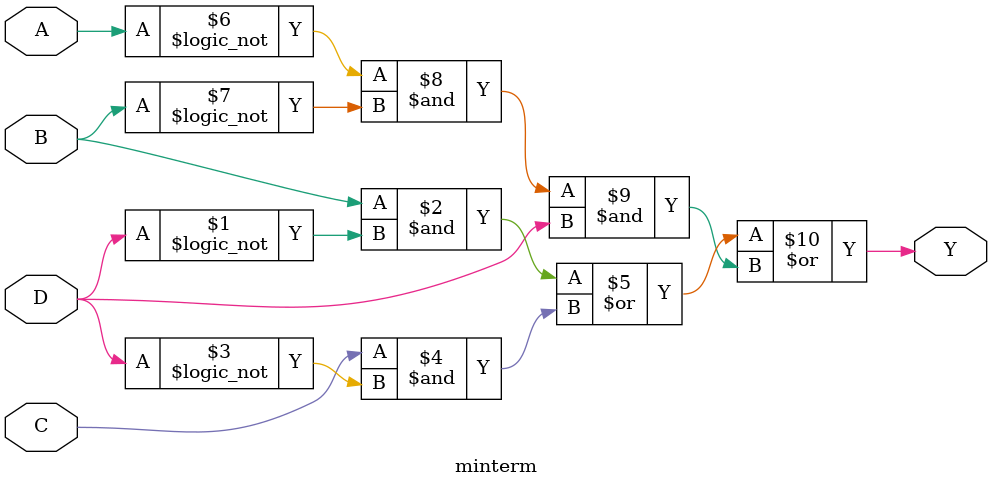
<source format=v>
module minterm (
    input A, B, C, D,
    output Y
);

assign Y = ( B & !D) | 
           ( C & !D) |
           (!A & !B & D); // Enter your equation here

endmodule

</source>
